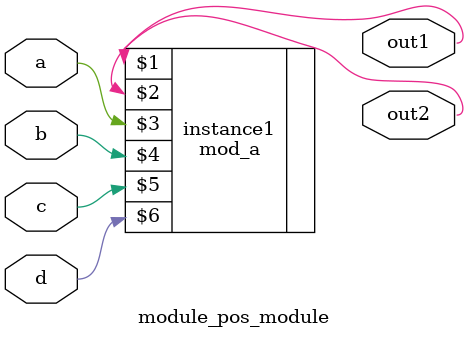
<source format=v>
module module_pos_module ( 
   input a, 
   input b, 
   input c,
   input d,
   output out1,
   output out2
);
	// We are given module mod_a
	// module mod_a ( output out1, output out2, input in1, input in2, input in3, input in4);
	mod_a instance1 ( out1, out2, a, b, c, d );
endmodule

</source>
